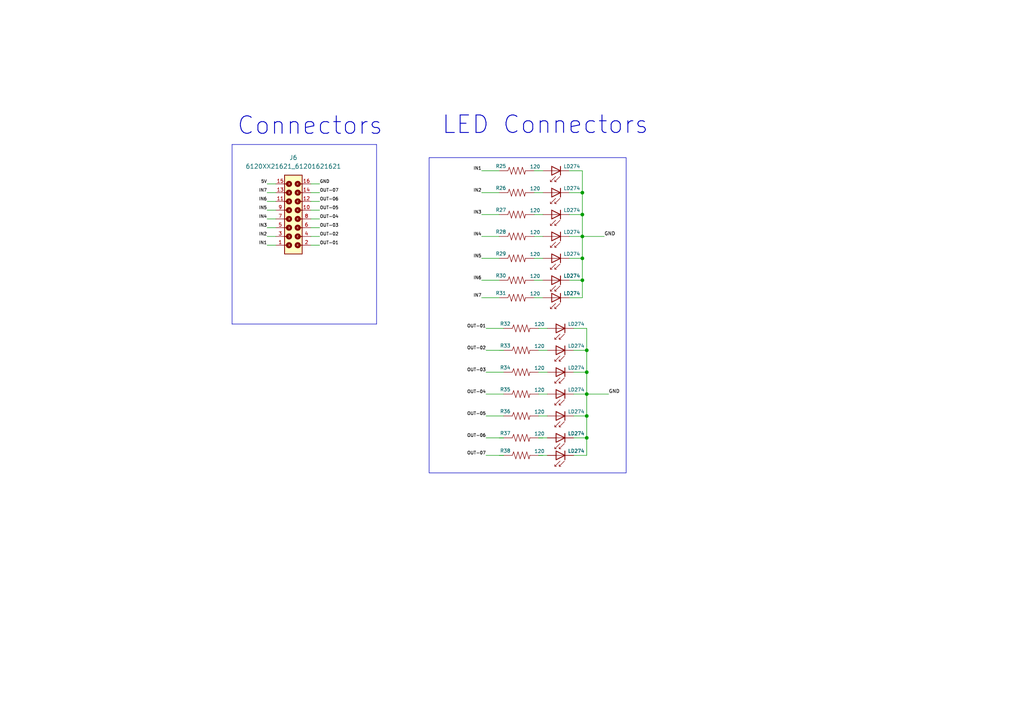
<source format=kicad_sch>
(kicad_sch (version 20250114) (generator "eeschema") (generator_version "9.0")
  (paper "A4")
  (lib_symbols
    (symbol "16pin_frc:6120XX21621_61201621621" (pin_names (offset 1.016))
      (property "Reference" "J" (at -11.34 0.35 0))
      (property "Value" "6120XX21621_61201621621" (at -11.2 -1.87 0))
      (symbol "6120XX21621_61201621621_0_0"
        (rectangle (start -10.16 -2.54) (end 12.7 2.54) (stroke (width 0.254)) (fill (type background)))
        (circle (center -7.62 1.27) (radius 0.254) (stroke (width 0.635)))
        (polyline (pts (xy -7.62 1.27) (xy -7.62 2.54)) (stroke (width 0.254)))
        (circle (center -7.62 -1.27) (radius 0.254) (stroke (width 0.635)))
        (polyline (pts (xy -7.62 -1.27) (xy -7.62 -2.54)) (stroke (width 0.254)))
        (circle (center -5.08 1.27) (radius 0.254) (stroke (width 0.635)))
        (polyline (pts (xy -5.08 1.27) (xy -5.08 2.54)) (stroke (width 0.254)))
        (circle (center -5.08 -1.27) (radius 0.254) (stroke (width 0.635)))
        (polyline (pts (xy -5.08 -1.27) (xy -5.08 -2.54)) (stroke (width 0.254)))
        (circle (center -2.54 1.27) (radius 0.254) (stroke (width 0.635)))
        (polyline (pts (xy -2.54 1.27) (xy -2.54 2.54)) (stroke (width 0.254)))
        (circle (center -2.54 -1.27) (radius 0.254) (stroke (width 0.635)))
        (polyline (pts (xy -2.54 -1.27) (xy -2.54 -2.54)) (stroke (width 0.254)))
        (circle (center 0 1.27) (radius 0.254) (stroke (width 0.635)))
        (polyline (pts (xy 0 1.27) (xy 0 2.54)) (stroke (width 0.254)))
        (polyline (pts (xy 0 -1.27) (xy 0 -2.54)) (stroke (width 0.254)))
        (circle (center 0 -1.27) (radius 0.254) (stroke (width 0.635)))
        (polyline (pts (xy 2.54 1.27) (xy 2.54 2.54)) (stroke (width 0.254)))
        (circle (center 2.54 1.27) (radius 0.254) (stroke (width 0.635)))
        (polyline (pts (xy 2.54 -1.27) (xy 2.54 -2.54)) (stroke (width 0.254)))
        (circle (center 2.54 -1.27) (radius 0.254) (stroke (width 0.635)))
        (polyline (pts (xy 5.08 1.27) (xy 5.08 2.54)) (stroke (width 0.254)))
        (circle (center 5.08 1.27) (radius 0.254) (stroke (width 0.635)))
        (polyline (pts (xy 5.08 -1.27) (xy 5.08 -2.54)) (stroke (width 0.254)))
        (circle (center 5.08 -1.27) (radius 0.254) (stroke (width 0.635)))
        (polyline (pts (xy 7.62 1.27) (xy 7.62 2.54)) (stroke (width 0.254)))
        (circle (center 7.62 1.27) (radius 0.254) (stroke (width 0.635)))
        (polyline (pts (xy 7.62 -1.27) (xy 7.62 -2.54)) (stroke (width 0.254)))
        (circle (center 7.62 -1.27) (radius 0.254) (stroke (width 0.635)))
        (polyline (pts (xy 10.16 1.27) (xy 10.16 2.54)) (stroke (width 0.254)))
        (circle (center 10.16 1.27) (radius 0.254) (stroke (width 0.635)))
        (polyline (pts (xy 10.16 -1.27) (xy 10.16 -2.54)) (stroke (width 0.254)))
        (circle (center 10.16 -1.27) (radius 0.254) (stroke (width 0.635)))
        (pin passive line (at -7.62 5.08 270) (length 2.54) (name "~") (number "2"))
        (pin passive line (at -7.62 -5.08 90) (length 2.54) (name "~") (number "1"))
        (pin passive line (at -5.08 5.08 270) (length 2.54) (name "~") (number "4"))
        (pin passive line (at -5.08 -5.08 90) (length 2.54) (name "~") (number "3"))
        (pin passive line (at -2.54 5.08 270) (length 2.54) (name "~") (number "6"))
        (pin passive line (at -2.54 -5.08 90) (length 2.54) (name "~") (number "5"))
        (pin passive line (at 0 5.08 270) (length 2.54) (name "~") (number "8"))
        (pin passive line (at 0 -5.08 90) (length 2.54) (name "~") (number "7"))
        (pin passive line (at 2.54 5.08 270) (length 2.54) (name "~") (number "10"))
        (pin passive line (at 2.54 -5.08 90) (length 2.54) (name "~") (number "9"))
        (pin passive line (at 5.08 5.08 270) (length 2.54) (name "~") (number "12"))
        (pin passive line (at 5.08 -5.08 90) (length 2.54) (name "~") (number "11"))
        (pin passive line (at 7.62 5.08 270) (length 2.54) (name "~") (number "14"))
        (pin passive line (at 7.62 -5.08 90) (length 2.54) (name "~") (number "13"))
        (pin passive line (at 10.16 5.08 270) (length 2.54) (name "~") (number "16"))
        (pin passive line (at 10.16 -5.08 90) (length 2.54) (name "~") (number "15"))
      )
    )
    (symbol "LED:LD274" (pin_numbers (hide yes)) (pin_names (offset 1.016) (hide yes))
      (property "Reference" "D" (at 0.508 1.778 0))
      (property "Value" "LD274" (at -1.016 -2.794 0))
      (symbol "LD274_0_1"
        (polyline (pts (xy -2.54 1.27) (xy -2.54 -1.27)) (stroke (width 0.254)))
        (polyline (pts (xy -2.413 1.651) (xy -0.889 3.175) (xy -0.889 2.667) (xy -0.889 3.175) (xy -1.397 3.175)))
        (polyline (pts (xy -1.143 1.651) (xy 0.381 3.175) (xy 0.381 2.667)))
        (polyline (pts (xy 0 0) (xy -2.54 0)))
        (polyline (pts (xy 0 -1.27) (xy -2.54 0) (xy 0 1.27) (xy 0 -1.27)) (stroke (width 0.254)))
        (polyline (pts (xy 0.381 3.175) (xy -0.127 3.175)))
      )
      (symbol "LD274_1_1"
        (pin passive line (at -5.08 0 0) (length 2.54) (name "K") (number "1"))
        (pin passive line (at 2.54 0 180) (length 2.54) (name "A") (number "2"))
      )
    )
    (symbol "RPI_CARRIER-eagle-import:0.22OHM-0805-1/4W-1%"
      (property "Reference" "R" (at 0 1.524 0))
      (symbol "0.22OHM-0805-1/4W-1%_1_0"
        (polyline (pts (xy -2.54 0) (xy -2.159 1.016)) (stroke (width 0.1524)))
        (polyline (pts (xy -2.159 1.016) (xy -1.524 -1.016)) (stroke (width 0.1524)))
        (polyline (pts (xy -1.524 -1.016) (xy -0.889 1.016)) (stroke (width 0.1524)))
        (polyline (pts (xy -0.889 1.016) (xy -0.254 -1.016)) (stroke (width 0.1524)))
        (polyline (pts (xy -0.254 -1.016) (xy 0.381 1.016)) (stroke (width 0.1524)))
        (polyline (pts (xy 0.381 1.016) (xy 1.016 -1.016)) (stroke (width 0.1524)))
        (polyline (pts (xy 1.016 -1.016) (xy 1.651 1.016)) (stroke (width 0.1524)))
        (polyline (pts (xy 1.651 1.016) (xy 2.286 -1.016)) (stroke (width 0.1524)))
        (polyline (pts (xy 2.286 -1.016) (xy 2.54 0)) (stroke (width 0.1524)))
        (pin passive line (at -5.08 0 0) (length 2.54) (name "1") (number "1"))
        (pin passive line (at 5.08 0 180) (length 2.54) (name "2") (number "2"))
      )
    )
  )
  (rectangle (start 124.46 45.72) (end 181.61 137.16))
  (text " LED Connectors" (at 156.21 36.322 0) (effects (font (size 5.08 5.08) (thickness 0.254) (bold yes))))
  (text "Connectors" (at 89.916 36.576 0) (effects (font (size 5.08 5.08) (thickness 0.254) (bold yes))))
  (junction (at 170.18 127))
  (junction (at 168.91 81.28))
  (junction (at 168.91 74.93))
  (junction (at 170.18 107.95))
  (junction (at 170.18 120.65))
  (junction (at 170.18 101.6))
  (junction (at 168.91 68.58))
  (junction (at 170.18 114.3))
  (junction (at 168.91 62.23))
  (junction (at 168.91 55.88))
  (wire (pts (xy 166.37 101.6) (xy 170.18 101.6)) (stroke (width 0.1524)))
  (wire (pts (xy 156.21 120.65) (xy 158.75 120.65)) (stroke (width 0.1524)))
  (wire (pts (xy 139.7 74.93) (xy 144.78 74.93)) (stroke (width 0.1524)))
  (wire (pts (xy 156.21 114.3) (xy 158.75 114.3)) (stroke (width 0.1524)))
  (polyline (pts (xy 109.22 41.91) (xy 109.22 93.98)))
  (polyline (pts (xy 67.31 41.91) (xy 67.31 93.98)))
  (wire (pts (xy 168.91 55.88) (xy 168.91 62.23)))
  (wire (pts (xy 140.97 95.25) (xy 146.05 95.25)) (stroke (width 0.1524)))
  (wire (pts (xy 165.1 49.53) (xy 168.91 49.53)))
  (wire (pts (xy 139.7 81.28) (xy 144.78 81.28)) (stroke (width 0.1524)))
  (wire (pts (xy 165.1 68.58) (xy 168.91 68.58)))
  (wire (pts (xy 165.1 74.93) (xy 168.91 74.93)))
  (wire (pts (xy 154.94 74.93) (xy 157.48 74.93)) (stroke (width 0.1524)))
  (wire (pts (xy 175.26 68.58) (xy 168.91 68.58)) (stroke (width 0.1524)))
  (wire (pts (xy 92.71 66.04) (xy 90.17 66.04)))
  (wire (pts (xy 92.71 53.34) (xy 90.17 53.34)))
  (wire (pts (xy 165.1 55.88) (xy 168.91 55.88)) (stroke (width 0.1524)))
  (wire (pts (xy 139.7 55.88) (xy 144.78 55.88)) (stroke (width 0.1524)))
  (wire (pts (xy 77.47 63.5) (xy 80.01 63.5)))
  (wire (pts (xy 154.94 68.58) (xy 157.48 68.58)) (stroke (width 0.1524)))
  (wire (pts (xy 170.18 120.65) (xy 170.18 127)))
  (wire (pts (xy 140.97 120.65) (xy 146.05 120.65)) (stroke (width 0.1524)))
  (wire (pts (xy 168.91 68.58) (xy 168.91 74.93)))
  (wire (pts (xy 92.71 68.58) (xy 90.17 68.58)))
  (wire (pts (xy 77.47 55.88) (xy 80.01 55.88)))
  (wire (pts (xy 77.47 58.42) (xy 80.01 58.42)))
  (wire (pts (xy 154.94 62.23) (xy 157.48 62.23)) (stroke (width 0.1524)))
  (wire (pts (xy 165.1 86.36) (xy 168.91 86.36)))
  (wire (pts (xy 77.47 71.12) (xy 80.01 71.12)))
  (wire (pts (xy 168.91 62.23) (xy 168.91 68.58)))
  (wire (pts (xy 154.94 49.53) (xy 157.48 49.53)) (stroke (width 0.1524)))
  (wire (pts (xy 166.37 107.95) (xy 170.18 107.95)))
  (wire (pts (xy 156.21 101.6) (xy 158.75 101.6)) (stroke (width 0.1524)))
  (wire (pts (xy 170.18 127) (xy 170.18 132.08)))
  (wire (pts (xy 92.71 63.5) (xy 90.17 63.5)))
  (wire (pts (xy 156.21 127) (xy 158.75 127)) (stroke (width 0.1524)))
  (wire (pts (xy 146.05 127) (xy 144.78 127)))
  (wire (pts (xy 156.21 107.95) (xy 158.75 107.95)) (stroke (width 0.1524)))
  (wire (pts (xy 156.21 95.25) (xy 158.75 95.25)) (stroke (width 0.1524)))
  (wire (pts (xy 166.37 120.65) (xy 170.18 120.65)))
  (wire (pts (xy 170.18 95.25) (xy 170.18 101.6)) (stroke (width 0.1524)))
  (wire (pts (xy 77.47 68.58) (xy 80.01 68.58)))
  (wire (pts (xy 139.7 86.36) (xy 144.78 86.36)) (stroke (width 0.1524)))
  (wire (pts (xy 77.47 60.96) (xy 80.01 60.96)))
  (wire (pts (xy 154.94 55.88) (xy 157.48 55.88)) (stroke (width 0.1524)))
  (wire (pts (xy 165.1 62.23) (xy 168.91 62.23)))
  (wire (pts (xy 77.47 66.04) (xy 80.01 66.04)))
  (wire (pts (xy 170.18 114.3) (xy 170.18 120.65)))
  (wire (pts (xy 77.47 53.34) (xy 80.01 53.34)))
  (wire (pts (xy 166.37 95.25) (xy 170.18 95.25)))
  (wire (pts (xy 92.71 58.42) (xy 90.17 58.42)))
  (wire (pts (xy 154.94 81.28) (xy 157.48 81.28)) (stroke (width 0.1524)))
  (polyline (pts (xy 67.31 41.91) (xy 109.22 41.91)))
  (wire (pts (xy 170.18 107.95) (xy 170.18 114.3)))
  (wire (pts (xy 168.91 49.53) (xy 168.91 55.88)) (stroke (width 0.1524)))
  (wire (pts (xy 92.71 71.12) (xy 90.17 71.12)))
  (wire (pts (xy 166.37 132.08) (xy 170.18 132.08)))
  (wire (pts (xy 165.1 81.28) (xy 168.91 81.28)))
  (wire (pts (xy 139.7 62.23) (xy 144.78 62.23)) (stroke (width 0.1524)))
  (wire (pts (xy 92.71 60.96) (xy 90.17 60.96)))
  (wire (pts (xy 154.94 86.36) (xy 157.48 86.36)) (stroke (width 0.1524)))
  (wire (pts (xy 156.21 132.08) (xy 157.48 132.08)))
  (wire (pts (xy 140.97 107.95) (xy 146.05 107.95)) (stroke (width 0.1524)))
  (wire (pts (xy 139.7 68.58) (xy 144.78 68.58)) (stroke (width 0.1524)))
  (wire (pts (xy 140.97 101.6) (xy 146.05 101.6)) (stroke (width 0.1524)))
  (wire (pts (xy 92.71 55.88) (xy 90.17 55.88)))
  (wire (pts (xy 139.7 49.53) (xy 144.78 49.53)) (stroke (width 0.1524)))
  (wire (pts (xy 140.97 132.08) (xy 146.05 132.08)) (stroke (width 0.1524)))
  (wire (pts (xy 168.91 74.93) (xy 168.91 81.28)))
  (wire (pts (xy 140.97 127) (xy 146.05 127)) (stroke (width 0.1524)))
  (wire (pts (xy 146.05 101.6) (xy 144.78 101.6)))
  (polyline (pts (xy 109.22 93.98) (xy 67.31 93.98)))
  (wire (pts (xy 176.53 114.3) (xy 170.18 114.3)) (stroke (width 0.1524)))
  (wire (pts (xy 168.91 86.36) (xy 168.91 81.28)))
  (wire (pts (xy 146.05 132.08) (xy 144.78 132.08)))
  (wire (pts (xy 156.21 132.08) (xy 158.75 132.08)) (stroke (width 0.1524)))
  (wire (pts (xy 166.37 127) (xy 170.18 127)))
  (wire (pts (xy 140.97 114.3) (xy 146.05 114.3)) (stroke (width 0.1524)))
  (wire (pts (xy 156.21 127) (xy 157.48 127)))
  (wire (pts (xy 170.18 101.6) (xy 170.18 107.95)))
  (wire (pts (xy 166.37 114.3) (xy 170.18 114.3)))
  (label "IN1" (at 77.47 71.12 180) (effects (font (size 0.899 0.899))))
  (label "OUT-04" (at 92.71 63.5 0) (effects (font (size 0.889 0.889))))
  (label "IN7" (at 77.47 55.88 180) (effects (font (size 0.899 0.899))))
  (label "IN7" (at 139.7 86.36 180) (effects (font (size 0.899 0.899))))
  (label "IN3" (at 77.47 66.04 180) (effects (font (size 0.899 0.899))))
  (label "OUT-07" (at 92.71 55.88 0) (effects (font (size 0.889 0.889))))
  (label "OUT-06" (at 92.71 58.42 0) (effects (font (size 0.889 0.889))))
  (label "IN6" (at 139.7 81.28 180) (effects (font (size 0.899 0.899))))
  (label "OUT-05" (at 140.97 120.65 180) (effects (font (size 0.889 0.889))))
  (label "IN5" (at 139.7 74.93 180) (effects (font (size 0.899 0.899))))
  (label "OUT-06" (at 140.97 127 180) (effects (font (size 0.889 0.889))))
  (label "GND" (at 176.53 114.3 0) (effects (font (size 1 1))))
  (label "IN4" (at 139.7 68.58 180) (effects (font (size 0.899 0.899))))
  (label "IN3" (at 139.7 62.23 180) (effects (font (size 0.899 0.899))))
  (label "GND" (at 175.26 68.58 0) (effects (font (size 1 1))))
  (label "OUT-01" (at 92.71 71.12 0) (effects (font (size 0.889 0.889))))
  (label "OUT-01" (at 140.97 95.25 180) (effects (font (size 0.889 0.889))))
  (label "IN2" (at 77.47 68.58 180) (effects (font (size 0.899 0.899))))
  (label "IN2" (at 139.7 55.88 180) (effects (font (size 0.899 0.899))))
  (label "5V" (at 77.47 53.34 180) (effects (font (size 0.889 0.889))))
  (label "OUT-04" (at 140.97 114.3 180) (effects (font (size 0.889 0.889))))
  (label "OUT-02" (at 140.97 101.6 180) (effects (font (size 0.889 0.889))))
  (label "OUT-05" (at 92.71 60.96 0) (effects (font (size 0.889 0.889))))
  (label "OUT-02" (at 92.71 68.58 0) (effects (font (size 0.889 0.889))))
  (label "OUT-07" (at 140.97 132.08 180) (effects (font (size 0.889 0.889))))
  (label "IN5" (at 77.47 60.96 180) (effects (font (size 0.899 0.899))))
  (label "IN4" (at 77.47 63.5 180) (effects (font (size 0.899 0.899))))
  (label "IN1" (at 139.7 49.53 180) (effects (font (size 0.899 0.899))))
  (label "OUT-03" (at 140.97 107.95 180) (effects (font (size 0.889 0.889))))
  (label "OUT-03" (at 92.71 66.04 0) (effects (font (size 0.889 0.889))))
  (label "GND" (at 92.71 53.34 0) (effects (font (size 0.889 0.889))))
  (label "IN6" (at 77.47 58.42 180) (effects (font (size 0.899 0.899))))
  (symbol (lib_id "LED:LD274") (at 161.29 107.95 180) (unit 1)
    (property "Reference" "D11" (effects (hide yes)))
    (property "Value" "LD274" (at 167.132 106.68 0) (effects (font (size 1 1))))
    (property "Footprint" "LED_THT:LED_D3.0mm" (effects (hide yes)))
    (property "Datasheet" "http://pdf.datasheetcatalog.com/datasheet/siemens/LD274.pdf" (effects (hide yes)))
    (property "Description" "950nm IR-LED, 5mm" (effects (hide yes)))
  )
  (symbol (lib_id "LED:LD274") (at 160.02 55.88 180) (unit 1)
    (property "Reference" "D4" (effects (hide yes)))
    (property "Value" "LD274" (at 165.862 54.61 0) (effects (font (size 1 1))))
    (property "Footprint" "LED_THT:LED_D3.0mm" (effects (hide yes)))
    (property "Datasheet" "http://pdf.datasheetcatalog.com/datasheet/siemens/LD274.pdf" (effects (hide yes)))
    (property "Description" "950nm IR-LED, 5mm" (effects (hide yes)))
  )
  (symbol (lib_id "LED:LD274") (at 161.29 120.65 180) (unit 1)
    (property "Reference" "D13" (effects (hide yes)))
    (property "Value" "LD274" (at 167.132 119.38 0) (effects (font (size 1 1))))
    (property "Footprint" "LED_THT:LED_D3.0mm" (effects (hide yes)))
    (property "Datasheet" "http://pdf.datasheetcatalog.com/datasheet/siemens/LD274.pdf" (effects (hide yes)))
    (property "Description" "950nm IR-LED, 5mm" (effects (hide yes)))
  )
  (symbol (lib_id "RPI_CARRIER-eagle-import:0.22OHM-0805-1/4W-1%") (at 149.86 49.53 0) (unit 1)
    (property "Reference" "R25" (at 145.288 48.768 0) (effects (font (size 1 1)) (justify bottom)))
    (property "Value" "120" (at 155.194 47.752 0) (effects (font (size 1 1)) (justify top)))
    (property "Footprint" "Res_foot:0805" (effects (hide yes)))
  )
  (symbol (lib_id "RPI_CARRIER-eagle-import:0.22OHM-0805-1/4W-1%") (at 151.13 132.08 0) (unit 1)
    (property "Reference" "R38" (at 146.558 131.318 0) (effects (font (size 1 1)) (justify bottom)))
    (property "Value" "120" (at 156.464 130.302 0) (effects (font (size 1 1)) (justify top)))
    (property "Footprint" "Res_foot:0805" (effects (hide yes)))
  )
  (symbol (lib_id "LED:LD274") (at 161.29 127 180) (unit 1)
    (property "Reference" "D14" (effects (hide yes)))
    (property "Value" "LD274" (at 167.132 125.73 0) (effects (font (size 1 1))))
    (property "Footprint" "LED_THT:LED_D3.0mm" (effects (hide yes)))
    (property "Datasheet" "http://pdf.datasheetcatalog.com/datasheet/siemens/LD274.pdf" (effects (hide yes)))
    (property "Description" "950nm IR-LED, 5mm" (effects (hide yes)))
  )
  (symbol (lib_id "RPI_CARRIER-eagle-import:0.22OHM-0805-1/4W-1%") (at 151.13 107.95 0) (unit 1)
    (property "Reference" "R34" (at 146.558 107.188 0) (effects (font (size 1 1)) (justify bottom)))
    (property "Value" "120" (at 156.464 106.172 0) (effects (font (size 1 1)) (justify top)))
    (property "Footprint" "Res_foot:0805" (effects (hide yes)))
  )
  (symbol (lib_id "LED:LD274") (at 161.29 114.3 180) (unit 1)
    (property "Reference" "D12" (effects (hide yes)))
    (property "Value" "LD274" (at 167.132 113.03 0) (effects (font (size 1 1))))
    (property "Footprint" "LED_THT:LED_D3.0mm" (effects (hide yes)))
    (property "Datasheet" "http://pdf.datasheetcatalog.com/datasheet/siemens/LD274.pdf" (effects (hide yes)))
    (property "Description" "950nm IR-LED, 5mm" (effects (hide yes)))
  )
  (symbol (lib_id "RPI_CARRIER-eagle-import:0.22OHM-0805-1/4W-1%") (at 149.86 62.23 0) (unit 1)
    (property "Reference" "R27" (at 145.288 61.468 0) (effects (font (size 1 1)) (justify bottom)))
    (property "Value" "120" (at 155.194 60.452 0) (effects (font (size 1 1)) (justify top)))
    (property "Footprint" "Res_foot:0805" (effects (hide yes)))
  )
  (symbol (lib_id "LED:LD274") (at 160.02 62.23 180) (unit 1)
    (property "Reference" "D5" (effects (hide yes)))
    (property "Value" "LD274" (at 165.862 60.96 0) (effects (font (size 1 1))))
    (property "Footprint" "LED_THT:LED_D3.0mm" (effects (hide yes)))
    (property "Datasheet" "http://pdf.datasheetcatalog.com/datasheet/siemens/LD274.pdf" (effects (hide yes)))
    (property "Description" "950nm IR-LED, 5mm" (effects (hide yes)))
  )
  (symbol (lib_id "LED:LD274") (at 160.02 74.93 180) (unit 1)
    (property "Reference" "D7" (effects (hide yes)))
    (property "Value" "LD274" (at 165.862 73.66 0) (effects (font (size 1 1))))
    (property "Footprint" "LED_THT:LED_D3.0mm" (effects (hide yes)))
    (property "Datasheet" "http://pdf.datasheetcatalog.com/datasheet/siemens/LD274.pdf" (effects (hide yes)))
    (property "Description" "950nm IR-LED, 5mm" (effects (hide yes)))
  )
  (symbol (lib_id "RPI_CARRIER-eagle-import:0.22OHM-0805-1/4W-1%") (at 151.13 101.6 0) (unit 1)
    (property "Reference" "R33" (at 146.558 100.838 0) (effects (font (size 1 1)) (justify bottom)))
    (property "Value" "120" (at 156.464 99.822 0) (effects (font (size 1 1)) (justify top)))
    (property "Footprint" "Res_foot:0805" (effects (hide yes)))
  )
  (symbol (lib_id "RPI_CARRIER-eagle-import:0.22OHM-0805-1/4W-1%") (at 151.13 120.65 0) (unit 1)
    (property "Reference" "R36" (at 146.558 119.888 0) (effects (font (size 1 1)) (justify bottom)))
    (property "Value" "120" (at 156.464 118.872 0) (effects (font (size 1 1)) (justify top)))
    (property "Footprint" "Res_foot:0805" (effects (hide yes)))
  )
  (symbol (lib_id "RPI_CARRIER-eagle-import:0.22OHM-0805-1/4W-1%") (at 151.13 95.25 0) (unit 1)
    (property "Reference" "R32" (at 146.558 94.488 0) (effects (font (size 1 1)) (justify bottom)))
    (property "Value" "120" (at 156.464 93.472 0) (effects (font (size 1 1)) (justify top)))
    (property "Footprint" "Res_foot:0805" (effects (hide yes)))
  )
  (symbol (lib_id "LED:LD274") (at 161.29 101.6 180) (unit 1)
    (property "Reference" "D10" (effects (hide yes)))
    (property "Value" "LD274" (at 167.132 100.33 0) (effects (font (size 1 1))))
    (property "Footprint" "LED_THT:LED_D3.0mm" (effects (hide yes)))
    (property "Datasheet" "http://pdf.datasheetcatalog.com/datasheet/siemens/LD274.pdf" (effects (hide yes)))
    (property "Description" "950nm IR-LED, 5mm" (effects (hide yes)))
  )
  (symbol (lib_id "RPI_CARRIER-eagle-import:0.22OHM-0805-1/4W-1%") (at 151.13 127 0) (unit 1)
    (property "Reference" "R37" (at 146.558 126.238 0) (effects (font (size 1 1)) (justify bottom)))
    (property "Value" "120" (at 156.464 125.222 0) (effects (font (size 1 1)) (justify top)))
    (property "Footprint" "Res_foot:0805" (effects (hide yes)))
  )
  (symbol (lib_id "RPI_CARRIER-eagle-import:0.22OHM-0805-1/4W-1%") (at 149.86 81.28 0) (unit 1)
    (property "Reference" "R30" (at 145.288 80.518 0) (effects (font (size 1 1)) (justify bottom)))
    (property "Value" "120" (at 155.194 79.502 0) (effects (font (size 1 1)) (justify top)))
    (property "Footprint" "Res_foot:0805" (effects (hide yes)))
  )
  (symbol (lib_id "RPI_CARRIER-eagle-import:0.22OHM-0805-1/4W-1%") (at 149.86 55.88 0) (unit 1)
    (property "Reference" "R26" (at 145.288 55.118 0) (effects (font (size 1 1)) (justify bottom)))
    (property "Value" "120" (at 155.194 54.102 0) (effects (font (size 1 1)) (justify top)))
    (property "Footprint" "Res_foot:0805" (effects (hide yes)))
  )
  (symbol (lib_id "LED:LD274") (at 160.02 49.53 180) (unit 1)
    (property "Reference" "D3" (effects (hide yes)))
    (property "Value" "LD274" (at 165.862 48.26 0) (effects (font (size 1 1))))
    (property "Footprint" "LED_THT:LED_D3.0mm" (effects (hide yes)))
    (property "Datasheet" "http://pdf.datasheetcatalog.com/datasheet/siemens/LD274.pdf" (effects (hide yes)))
    (property "Description" "950nm IR-LED, 5mm" (effects (hide yes)))
  )
  (symbol (lib_id "RPI_CARRIER-eagle-import:0.22OHM-0805-1/4W-1%") (at 149.86 74.93 0) (unit 1)
    (property "Reference" "R29" (at 145.288 74.168 0) (effects (font (size 1 1)) (justify bottom)))
    (property "Value" "120" (at 155.194 73.152 0) (effects (font (size 1 1)) (justify top)))
    (property "Footprint" "Res_foot:0805" (effects (hide yes)))
  )
  (symbol (lib_id "RPI_CARRIER-eagle-import:0.22OHM-0805-1/4W-1%") (at 149.86 86.36 0) (unit 1)
    (property "Reference" "R31" (at 145.288 85.598 0) (effects (font (size 1 1)) (justify bottom)))
    (property "Value" "120" (at 155.194 84.582 0) (effects (font (size 1 1)) (justify top)))
    (property "Footprint" "Res_foot:0805" (effects (hide yes)))
  )
  (symbol (lib_id "LED:LD274") (at 160.02 68.58 180) (unit 1)
    (property "Reference" "D6" (effects (hide yes)))
    (property "Value" "LD274" (at 165.862 67.31 0) (effects (font (size 1 1))))
    (property "Footprint" "LED_THT:LED_D3.0mm" (effects (hide yes)))
    (property "Datasheet" "http://pdf.datasheetcatalog.com/datasheet/siemens/LD274.pdf" (effects (hide yes)))
    (property "Description" "950nm IR-LED, 5mm" (effects (hide yes)))
  )
  (symbol (lib_id "RPI_CARRIER-eagle-import:0.22OHM-0805-1/4W-1%") (at 151.13 114.3 0) (unit 1)
    (property "Reference" "R35" (at 146.558 113.538 0) (effects (font (size 1 1)) (justify bottom)))
    (property "Value" "120" (at 156.464 112.522 0) (effects (font (size 1 1)) (justify top)))
    (property "Footprint" "Res_foot:0805" (effects (hide yes)))
  )
  (symbol (lib_id "LED:LD274") (at 161.29 95.25 180) (unit 1)
    (property "Reference" "D9" (effects (hide yes)))
    (property "Value" "LD274" (at 167.132 93.98 0) (effects (font (size 1 1))))
    (property "Footprint" "LED_THT:LED_D3.0mm" (effects (hide yes)))
    (property "Datasheet" "http://pdf.datasheetcatalog.com/datasheet/siemens/LD274.pdf" (effects (hide yes)))
    (property "Description" "950nm IR-LED, 5mm" (effects (hide yes)))
  )
  (symbol (lib_id "RPI_CARRIER-eagle-import:0.22OHM-0805-1/4W-1%") (at 149.86 68.58 0) (unit 1)
    (property "Reference" "R28" (at 145.288 67.818 0) (effects (font (size 1 1)) (justify bottom)))
    (property "Value" "120" (at 155.194 66.802 0) (effects (font (size 1 1)) (justify top)))
    (property "Footprint" "Res_foot:0805" (effects (hide yes)))
  )
  (symbol (lib_id "LED:LD274") (at 160.02 86.36 180) (unit 1)
    (property "Reference" "D15" (effects (hide yes)))
    (property "Value" "LD274" (at 165.862 85.09 0) (effects (font (size 1 1))))
    (property "Footprint" "LED_THT:LED_D3.0mm" (effects (hide yes)))
    (property "Datasheet" "http://pdf.datasheetcatalog.com/datasheet/siemens/LD274.pdf" (effects (hide yes)))
    (property "Description" "950nm IR-LED, 5mm" (effects (hide yes)))
  )
  (symbol (lib_id "LED:LD274") (at 160.02 81.28 180) (unit 1)
    (property "Reference" "D8" (effects (hide yes)))
    (property "Value" "LD274" (at 165.862 80.01 0) (effects (font (size 1 1))))
    (property "Footprint" "LED_THT:LED_D3.0mm" (effects (hide yes)))
    (property "Datasheet" "http://pdf.datasheetcatalog.com/datasheet/siemens/LD274.pdf" (effects (hide yes)))
    (property "Description" "950nm IR-LED, 5mm" (effects (hide yes)))
  )
  (symbol (lib_id "LED:LD274") (at 161.29 132.08 180) (unit 1)
    (property "Reference" "D1" (effects (hide yes)))
    (property "Value" "LD274" (at 167.132 130.81 0) (effects (font (size 1 1))))
    (property "Footprint" "LED_THT:LED_D3.0mm" (effects (hide yes)))
    (property "Datasheet" "http://pdf.datasheetcatalog.com/datasheet/siemens/LD274.pdf" (effects (hide yes)))
    (property "Description" "950nm IR-LED, 5mm" (effects (hide yes)))
  )
  (symbol (lib_id "16pin_frc:6120XX21621_61201621621") (at 85.09 63.5 270) (mirror x) (unit 1)
    (property "Reference" "J6" (at 85.09 45.72 90))
    (property "Value" "6120XX21621_61201621621" (at 85.09 48.26 90))
    (property "Footprint" "16pin_frc:61201621621" (effects (hide yes)))
  )
)
</source>
